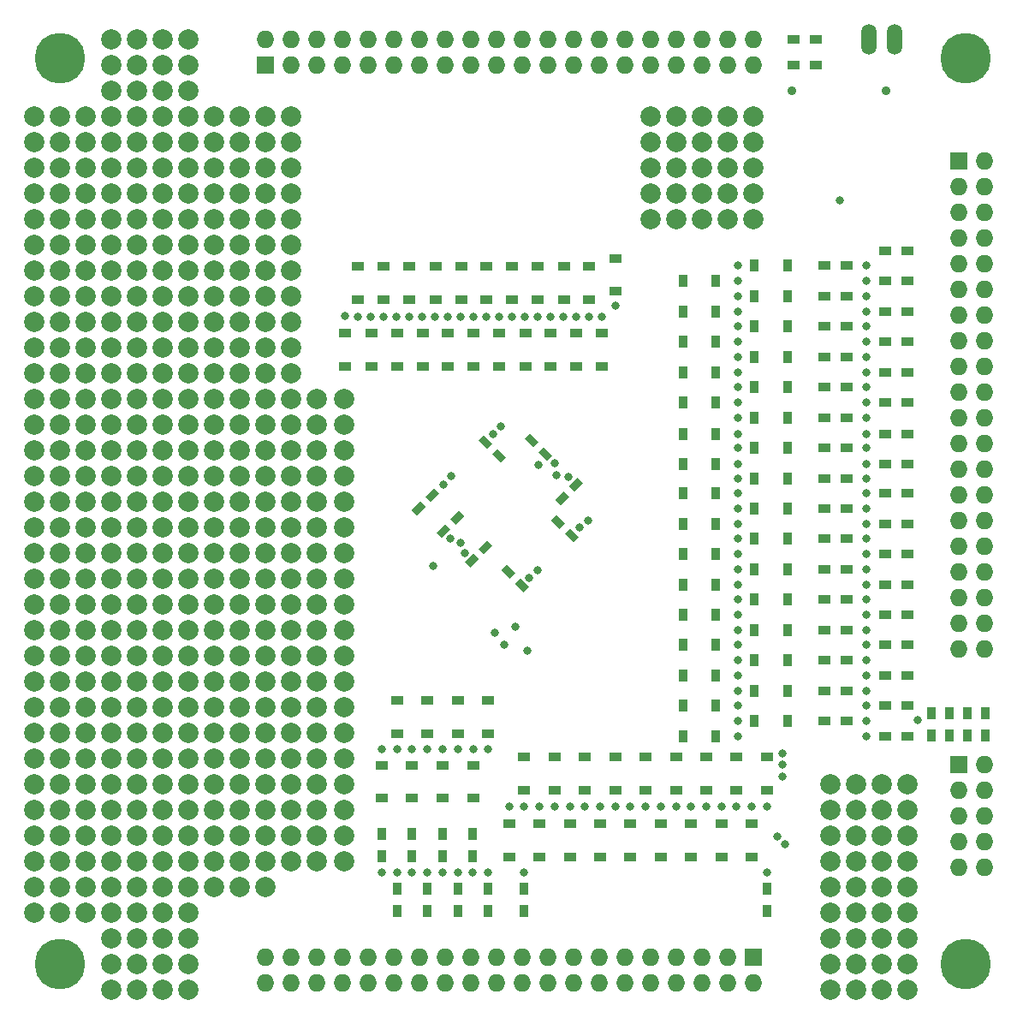
<source format=gbs>
G04 #@! TF.FileFunction,Soldermask,Bot*
%FSLAX46Y46*%
G04 Gerber Fmt 4.6, Leading zero omitted, Abs format (unit mm)*
G04 Created by KiCad (PCBNEW 4.0.2-stable) date 29-4-2016 14:39:48*
%MOMM*%
G01*
G04 APERTURE LIST*
%ADD10C,0.150000*%
%ADD11C,2.000000*%
%ADD12C,5.000000*%
%ADD13R,1.727200X1.727200*%
%ADD14O,1.727200X1.727200*%
%ADD15O,1.506220X3.014980*%
%ADD16R,1.220000X0.910000*%
%ADD17R,1.200000X0.900000*%
%ADD18R,0.910000X1.220000*%
%ADD19R,0.900000X1.200000*%
%ADD20C,0.800000*%
%ADD21C,0.889000*%
G04 APERTURE END LIST*
D10*
D11*
X74295000Y-145415000D03*
X74295000Y-147955000D03*
X74295000Y-150495000D03*
X74295000Y-155575000D03*
X74295000Y-153035000D03*
X74295000Y-158115000D03*
X74295000Y-160655000D03*
X74295000Y-163195000D03*
X74295000Y-165735000D03*
X74295000Y-168275000D03*
X74295000Y-170815000D03*
X76835000Y-173355000D03*
X79495000Y-173395000D03*
X79495000Y-175935000D03*
X79495000Y-178475000D03*
X79495000Y-181015000D03*
X79495000Y-183555000D03*
X79495000Y-186095000D03*
X79495000Y-188635000D03*
X79495000Y-191175000D03*
X79495000Y-193715000D03*
X79495000Y-196255000D03*
X79495000Y-198795000D03*
X79495000Y-201335000D03*
X79495000Y-203875000D03*
X79495000Y-206415000D03*
X79495000Y-208955000D03*
X79495000Y-211495000D03*
X79495000Y-214035000D03*
X79495000Y-216575000D03*
X79495000Y-219115000D03*
X120015000Y-145415000D03*
X120015000Y-147955000D03*
X120015000Y-150495000D03*
X120015000Y-153035000D03*
X109855000Y-155575000D03*
X109855000Y-153035000D03*
X109855000Y-150495000D03*
X109855000Y-147955000D03*
X109855000Y-145415000D03*
X48895000Y-145415000D03*
X48895000Y-147955000D03*
X48895000Y-150495000D03*
X48895000Y-153035000D03*
X48895000Y-155575000D03*
X48895000Y-158115000D03*
X48895000Y-160655000D03*
X48895000Y-163195000D03*
X48895000Y-165735000D03*
X48895000Y-168275000D03*
X48895000Y-170815000D03*
X48895000Y-173355000D03*
X48895000Y-175895000D03*
X48895000Y-178435000D03*
X48895000Y-180975000D03*
X48895000Y-183515000D03*
X48895000Y-186055000D03*
X48895000Y-188595000D03*
X48895000Y-191135000D03*
X48895000Y-193675000D03*
X48895000Y-196215000D03*
X48895000Y-198755000D03*
X48895000Y-201295000D03*
X48895000Y-203835000D03*
X48895000Y-206375000D03*
X48895000Y-208915000D03*
X48895000Y-211455000D03*
X48895000Y-213995000D03*
X48895000Y-216535000D03*
X48895000Y-219075000D03*
X48895000Y-221615000D03*
X48895000Y-224155000D03*
X135255000Y-211455000D03*
X132715000Y-211455000D03*
X130175000Y-211455000D03*
X135255000Y-231775000D03*
X132715000Y-231775000D03*
X130175000Y-231775000D03*
X132715000Y-224155000D03*
X132715000Y-226695000D03*
X132715000Y-229235000D03*
X130175000Y-229235000D03*
X130175000Y-226695000D03*
X130175000Y-224155000D03*
X130175000Y-221615000D03*
X132715000Y-221615000D03*
X135255000Y-221615000D03*
X135255000Y-224155000D03*
X135255000Y-226695000D03*
X135255000Y-229235000D03*
X127635000Y-231775000D03*
X127635000Y-229235000D03*
X127635000Y-226695000D03*
X127635000Y-224155000D03*
X127635000Y-221615000D03*
X127635000Y-219075000D03*
X130175000Y-219075000D03*
X132715000Y-219075000D03*
X135255000Y-219075000D03*
X135255000Y-216535000D03*
X132715000Y-216535000D03*
X130175000Y-216535000D03*
X127635000Y-216535000D03*
X127635000Y-213995000D03*
X130175000Y-213995000D03*
X132715000Y-213995000D03*
X135255000Y-213995000D03*
X127635000Y-211455000D03*
X114935000Y-150495000D03*
X114935000Y-147955000D03*
X117475000Y-147955000D03*
X117475000Y-150495000D03*
X117475000Y-153035000D03*
X114935000Y-153035000D03*
X112395000Y-153035000D03*
X112395000Y-150495000D03*
X112395000Y-147955000D03*
X112395000Y-155575000D03*
X114935000Y-155575000D03*
X117475000Y-155575000D03*
X120015000Y-155575000D03*
X117475000Y-145415000D03*
X114935000Y-145415000D03*
X112395000Y-145415000D03*
X74295000Y-183515000D03*
X74295000Y-180975000D03*
X74295000Y-178435000D03*
X76835000Y-178435000D03*
X76835000Y-180975000D03*
X76835000Y-183515000D03*
X76835000Y-186055000D03*
X74295000Y-186055000D03*
X74295000Y-188595000D03*
X76835000Y-188595000D03*
X76835000Y-191135000D03*
X74295000Y-191135000D03*
X74295000Y-206375000D03*
X74295000Y-203835000D03*
X74295000Y-201295000D03*
X74295000Y-198755000D03*
X74295000Y-196215000D03*
X74295000Y-193675000D03*
X76835000Y-193675000D03*
X76835000Y-196215000D03*
X76835000Y-198755000D03*
X76835000Y-201295000D03*
X76835000Y-203835000D03*
X76835000Y-206375000D03*
X76835000Y-208915000D03*
X74295000Y-208915000D03*
X74295000Y-211455000D03*
X76835000Y-211455000D03*
X74295000Y-213995000D03*
X76835000Y-213995000D03*
X76835000Y-216535000D03*
X74295000Y-216535000D03*
X74295000Y-219075000D03*
X76835000Y-219075000D03*
X76835000Y-175895000D03*
X74295000Y-175895000D03*
X74295000Y-173355000D03*
X59055000Y-142875000D03*
X59055000Y-140335000D03*
X61595000Y-140335000D03*
X61595000Y-142875000D03*
X64135000Y-142875000D03*
X64135000Y-140335000D03*
X64135000Y-137795000D03*
X61595000Y-137795000D03*
X59055000Y-137795000D03*
X56515000Y-137795000D03*
X56515000Y-140335000D03*
X56515000Y-142875000D03*
X64135000Y-231775000D03*
X64135000Y-229235000D03*
X64135000Y-226695000D03*
X64135000Y-224155000D03*
D12*
X51435000Y-229235000D03*
D13*
X120015000Y-228600000D03*
D14*
X120015000Y-231140000D03*
X117475000Y-228600000D03*
X117475000Y-231140000D03*
X114935000Y-228600000D03*
X114935000Y-231140000D03*
X112395000Y-228600000D03*
X112395000Y-231140000D03*
X109855000Y-228600000D03*
X109855000Y-231140000D03*
X107315000Y-228600000D03*
X107315000Y-231140000D03*
X104775000Y-228600000D03*
X104775000Y-231140000D03*
X102235000Y-228600000D03*
X102235000Y-231140000D03*
X99695000Y-228600000D03*
X99695000Y-231140000D03*
X97155000Y-228600000D03*
X97155000Y-231140000D03*
X94615000Y-228600000D03*
X94615000Y-231140000D03*
X92075000Y-228600000D03*
X92075000Y-231140000D03*
X89535000Y-228600000D03*
X89535000Y-231140000D03*
X86995000Y-228600000D03*
X86995000Y-231140000D03*
X84455000Y-228600000D03*
X84455000Y-231140000D03*
X81915000Y-228600000D03*
X81915000Y-231140000D03*
X79375000Y-228600000D03*
X79375000Y-231140000D03*
X76835000Y-228600000D03*
X76835000Y-231140000D03*
X74295000Y-228600000D03*
X74295000Y-231140000D03*
X71755000Y-228600000D03*
X71755000Y-231140000D03*
D11*
X61595000Y-231775000D03*
X59055000Y-231775000D03*
X56515000Y-231775000D03*
X61595000Y-229235000D03*
X59055000Y-229235000D03*
X56515000Y-229235000D03*
X61595000Y-226695000D03*
X59055000Y-226695000D03*
X56515000Y-226695000D03*
X61595000Y-224155000D03*
X59055000Y-224155000D03*
X56515000Y-224155000D03*
X53975000Y-224155000D03*
X51435000Y-224155000D03*
X71755000Y-221615000D03*
X69215000Y-221615000D03*
X66675000Y-221615000D03*
X64135000Y-221615000D03*
X61595000Y-221615000D03*
X59055000Y-221615000D03*
X56515000Y-221615000D03*
X53975000Y-221615000D03*
X51435000Y-221615000D03*
X71755000Y-219075000D03*
X69215000Y-219075000D03*
X66675000Y-219075000D03*
X64135000Y-219075000D03*
X61595000Y-219075000D03*
X59055000Y-219075000D03*
X56515000Y-219075000D03*
X53975000Y-219075000D03*
X51435000Y-219075000D03*
X71755000Y-216535000D03*
X69215000Y-216535000D03*
X66675000Y-216535000D03*
X64135000Y-216535000D03*
X61595000Y-216535000D03*
X59055000Y-216535000D03*
X56515000Y-216535000D03*
X53975000Y-216535000D03*
X51435000Y-216535000D03*
X71755000Y-213995000D03*
X69215000Y-213995000D03*
X66675000Y-213995000D03*
X64135000Y-213995000D03*
X61595000Y-213995000D03*
X59055000Y-213995000D03*
X56515000Y-213995000D03*
X53975000Y-213995000D03*
X51435000Y-213995000D03*
X71755000Y-211455000D03*
X69215000Y-211455000D03*
X66675000Y-211455000D03*
X64135000Y-211455000D03*
X61595000Y-211455000D03*
X59055000Y-211455000D03*
X56515000Y-211455000D03*
X53975000Y-211455000D03*
X51435000Y-211455000D03*
X71755000Y-208915000D03*
X69215000Y-208915000D03*
X66675000Y-208915000D03*
X64135000Y-208915000D03*
X61595000Y-208915000D03*
X59055000Y-208915000D03*
X56515000Y-208915000D03*
X53975000Y-208915000D03*
X51435000Y-208915000D03*
X71755000Y-206375000D03*
X69215000Y-206375000D03*
X66675000Y-206375000D03*
X64135000Y-206375000D03*
X61595000Y-206375000D03*
X59055000Y-206375000D03*
X56515000Y-206375000D03*
X53975000Y-206375000D03*
X51435000Y-206375000D03*
X71755000Y-203835000D03*
X69215000Y-203835000D03*
X66675000Y-203835000D03*
X64135000Y-203835000D03*
X61595000Y-203835000D03*
X59055000Y-203835000D03*
X56515000Y-203835000D03*
X53975000Y-203835000D03*
X51435000Y-203835000D03*
X71755000Y-201295000D03*
X69215000Y-201295000D03*
X66675000Y-201295000D03*
X64135000Y-201295000D03*
X61595000Y-201295000D03*
X59055000Y-201295000D03*
X56515000Y-201295000D03*
X53975000Y-201295000D03*
X51435000Y-201295000D03*
X71755000Y-198755000D03*
X69215000Y-198755000D03*
X66675000Y-198755000D03*
X64135000Y-198755000D03*
X61595000Y-198755000D03*
X59055000Y-198755000D03*
X56515000Y-198755000D03*
X53975000Y-198755000D03*
X51435000Y-198755000D03*
X71755000Y-196215000D03*
X69215000Y-196215000D03*
X66675000Y-196215000D03*
X64135000Y-196215000D03*
X61595000Y-196215000D03*
X59055000Y-196215000D03*
X56515000Y-196215000D03*
X53975000Y-196215000D03*
X51435000Y-196215000D03*
X71755000Y-193675000D03*
X69215000Y-193675000D03*
X66675000Y-193675000D03*
X64135000Y-193675000D03*
X61595000Y-193675000D03*
X59055000Y-193675000D03*
X56515000Y-193675000D03*
X53975000Y-193675000D03*
X51435000Y-193675000D03*
X71755000Y-191135000D03*
X69215000Y-191135000D03*
X66675000Y-191135000D03*
X64135000Y-191135000D03*
X61595000Y-191135000D03*
X59055000Y-191135000D03*
X56515000Y-191135000D03*
X53975000Y-191135000D03*
X51435000Y-191135000D03*
X71755000Y-188595000D03*
X69215000Y-188595000D03*
X66675000Y-188595000D03*
X64135000Y-188595000D03*
X61595000Y-188595000D03*
X59055000Y-188595000D03*
X56515000Y-188595000D03*
X53975000Y-188595000D03*
X51435000Y-188595000D03*
X71755000Y-186055000D03*
X69215000Y-186055000D03*
X66675000Y-186055000D03*
X64135000Y-186055000D03*
X61595000Y-186055000D03*
X59055000Y-186055000D03*
X56515000Y-186055000D03*
X53975000Y-186055000D03*
X51435000Y-186055000D03*
X71755000Y-183515000D03*
X69215000Y-183515000D03*
X66675000Y-183515000D03*
X64135000Y-183515000D03*
X61595000Y-183515000D03*
X59055000Y-183515000D03*
X56515000Y-183515000D03*
X53975000Y-183515000D03*
X51435000Y-183515000D03*
X71755000Y-180975000D03*
X69215000Y-180975000D03*
X66675000Y-180975000D03*
X64135000Y-180975000D03*
X61595000Y-180975000D03*
X59055000Y-180975000D03*
X56515000Y-180975000D03*
X53975000Y-180975000D03*
X51435000Y-180975000D03*
X71755000Y-178435000D03*
X69215000Y-178435000D03*
X66675000Y-178435000D03*
X64135000Y-178435000D03*
X61595000Y-178435000D03*
X59055000Y-178435000D03*
X56515000Y-178435000D03*
X53975000Y-178435000D03*
X51435000Y-178435000D03*
X71755000Y-175895000D03*
X69215000Y-175895000D03*
X66675000Y-175895000D03*
X64135000Y-175895000D03*
X61595000Y-175895000D03*
X59055000Y-175895000D03*
X56515000Y-175895000D03*
X53975000Y-175895000D03*
X51435000Y-175895000D03*
X71755000Y-173355000D03*
X69215000Y-173355000D03*
X66675000Y-173355000D03*
X64135000Y-173355000D03*
X61595000Y-173355000D03*
X59055000Y-173355000D03*
X56515000Y-173355000D03*
X53975000Y-173355000D03*
X51435000Y-173355000D03*
X71755000Y-170815000D03*
X69215000Y-170815000D03*
X66675000Y-170815000D03*
X64135000Y-170815000D03*
X61595000Y-170815000D03*
X59055000Y-170815000D03*
X56515000Y-170815000D03*
X53975000Y-170815000D03*
X51435000Y-170815000D03*
X71755000Y-168275000D03*
X69215000Y-168275000D03*
X66675000Y-168275000D03*
X64135000Y-168275000D03*
X61595000Y-168275000D03*
X59055000Y-168275000D03*
X56515000Y-168275000D03*
X53975000Y-168275000D03*
X51435000Y-168275000D03*
X71755000Y-165735000D03*
X69215000Y-165735000D03*
X66675000Y-165735000D03*
X64135000Y-165735000D03*
X61595000Y-165735000D03*
X59055000Y-165735000D03*
X56515000Y-165735000D03*
X53975000Y-165735000D03*
X51435000Y-165735000D03*
X71755000Y-163195000D03*
X69215000Y-163195000D03*
X66675000Y-163195000D03*
X64135000Y-163195000D03*
X61595000Y-163195000D03*
X59055000Y-163195000D03*
X56515000Y-163195000D03*
X53975000Y-163195000D03*
X51435000Y-163195000D03*
X71755000Y-160655000D03*
X69215000Y-160655000D03*
X66675000Y-160655000D03*
X64135000Y-160655000D03*
X61595000Y-160655000D03*
X59055000Y-160655000D03*
X56515000Y-160655000D03*
X53975000Y-160655000D03*
X51435000Y-160655000D03*
X71755000Y-158115000D03*
X69215000Y-158115000D03*
X66675000Y-158115000D03*
X64135000Y-158115000D03*
X61595000Y-158115000D03*
X59055000Y-158115000D03*
X56515000Y-158115000D03*
X53975000Y-158115000D03*
X51435000Y-158115000D03*
X71755000Y-155575000D03*
X69215000Y-155575000D03*
X66675000Y-155575000D03*
X64135000Y-155575000D03*
X61595000Y-155575000D03*
X59055000Y-155575000D03*
X56515000Y-155575000D03*
X53975000Y-155575000D03*
X51435000Y-155575000D03*
X71755000Y-153035000D03*
X69215000Y-153035000D03*
X66675000Y-153035000D03*
X64135000Y-153035000D03*
X61595000Y-153035000D03*
X59055000Y-153035000D03*
X56515000Y-153035000D03*
X53975000Y-153035000D03*
X51435000Y-153035000D03*
X71755000Y-150495000D03*
X69215000Y-150495000D03*
X66675000Y-150495000D03*
X64135000Y-150495000D03*
X61595000Y-150495000D03*
X59055000Y-150495000D03*
X56515000Y-150495000D03*
X53975000Y-150495000D03*
X51435000Y-150495000D03*
X71755000Y-147955000D03*
X69215000Y-147955000D03*
X66675000Y-147955000D03*
X64135000Y-147955000D03*
X61595000Y-147955000D03*
X59055000Y-147955000D03*
X56515000Y-147955000D03*
X53975000Y-147955000D03*
X51435000Y-147955000D03*
X71755000Y-145415000D03*
X69215000Y-145415000D03*
X66675000Y-145415000D03*
X64135000Y-145415000D03*
X61595000Y-145415000D03*
X59055000Y-145415000D03*
X56515000Y-145415000D03*
X53975000Y-145415000D03*
X51435000Y-145415000D03*
D12*
X140970000Y-139700000D03*
X51435000Y-139700000D03*
X140970000Y-229235000D03*
D15*
X131445000Y-137795000D03*
X133985000Y-137795000D03*
D13*
X140335000Y-209550000D03*
D14*
X142875000Y-209550000D03*
X140335000Y-212090000D03*
X142875000Y-212090000D03*
X140335000Y-214630000D03*
X142875000Y-214630000D03*
X140335000Y-217170000D03*
X142875000Y-217170000D03*
X140335000Y-219710000D03*
X142875000Y-219710000D03*
D10*
G36*
X92004150Y-190036180D02*
X91473820Y-189505850D01*
X92322348Y-188657322D01*
X92852678Y-189187652D01*
X92004150Y-190036180D01*
X92004150Y-190036180D01*
G37*
G36*
X93347652Y-188692678D02*
X92817322Y-188162348D01*
X93665850Y-187313820D01*
X94196180Y-187844150D01*
X93347652Y-188692678D01*
X93347652Y-188692678D01*
G37*
G36*
X100116180Y-178945850D02*
X99585850Y-179476180D01*
X98737322Y-178627652D01*
X99267652Y-178097322D01*
X100116180Y-178945850D01*
X100116180Y-178945850D01*
G37*
G36*
X98772678Y-177602348D02*
X98242348Y-178132678D01*
X97393820Y-177284150D01*
X97924150Y-176753820D01*
X98772678Y-177602348D01*
X98772678Y-177602348D01*
G37*
G36*
X89184150Y-187136180D02*
X88653820Y-186605850D01*
X89502348Y-185757322D01*
X90032678Y-186287652D01*
X89184150Y-187136180D01*
X89184150Y-187136180D01*
G37*
G36*
X90527652Y-185792678D02*
X89997322Y-185262348D01*
X90845850Y-184413820D01*
X91376180Y-184944150D01*
X90527652Y-185792678D01*
X90527652Y-185792678D01*
G37*
G36*
X97816180Y-191945850D02*
X97285850Y-192476180D01*
X96437322Y-191627652D01*
X96967652Y-191097322D01*
X97816180Y-191945850D01*
X97816180Y-191945850D01*
G37*
G36*
X96472678Y-190602348D02*
X95942348Y-191132678D01*
X95093820Y-190284150D01*
X95624150Y-189753820D01*
X96472678Y-190602348D01*
X96472678Y-190602348D01*
G37*
G36*
X102736180Y-187025850D02*
X102205850Y-187556180D01*
X101357322Y-186707652D01*
X101887652Y-186177322D01*
X102736180Y-187025850D01*
X102736180Y-187025850D01*
G37*
G36*
X101392678Y-185682348D02*
X100862348Y-186212678D01*
X100013820Y-185364150D01*
X100544150Y-184833820D01*
X101392678Y-185682348D01*
X101392678Y-185682348D01*
G37*
G36*
X102595850Y-181143820D02*
X103126180Y-181674150D01*
X102277652Y-182522678D01*
X101747322Y-181992348D01*
X102595850Y-181143820D01*
X102595850Y-181143820D01*
G37*
G36*
X101252348Y-182487322D02*
X101782678Y-183017652D01*
X100934150Y-183866180D01*
X100403820Y-183335850D01*
X101252348Y-182487322D01*
X101252348Y-182487322D01*
G37*
G36*
X92813820Y-177444150D02*
X93344150Y-176913820D01*
X94192678Y-177762348D01*
X93662348Y-178292678D01*
X92813820Y-177444150D01*
X92813820Y-177444150D01*
G37*
G36*
X94157322Y-178787652D02*
X94687652Y-178257322D01*
X95536180Y-179105850D01*
X95005850Y-179636180D01*
X94157322Y-178787652D01*
X94157322Y-178787652D01*
G37*
G36*
X88385850Y-182153820D02*
X88916180Y-182684150D01*
X88067652Y-183532678D01*
X87537322Y-183002348D01*
X88385850Y-182153820D01*
X88385850Y-182153820D01*
G37*
G36*
X87042348Y-183497322D02*
X87572678Y-184027652D01*
X86724150Y-184876180D01*
X86193820Y-184345850D01*
X87042348Y-183497322D01*
X87042348Y-183497322D01*
G37*
D13*
X71755000Y-140335000D03*
D14*
X71755000Y-137795000D03*
X74295000Y-140335000D03*
X74295000Y-137795000D03*
X76835000Y-140335000D03*
X76835000Y-137795000D03*
X79375000Y-140335000D03*
X79375000Y-137795000D03*
X81915000Y-140335000D03*
X81915000Y-137795000D03*
X84455000Y-140335000D03*
X84455000Y-137795000D03*
X86995000Y-140335000D03*
X86995000Y-137795000D03*
X89535000Y-140335000D03*
X89535000Y-137795000D03*
X92075000Y-140335000D03*
X92075000Y-137795000D03*
X94615000Y-140335000D03*
X94615000Y-137795000D03*
X97155000Y-140335000D03*
X97155000Y-137795000D03*
X99695000Y-140335000D03*
X99695000Y-137795000D03*
X102235000Y-140335000D03*
X102235000Y-137795000D03*
X104775000Y-140335000D03*
X104775000Y-137795000D03*
X107315000Y-140335000D03*
X107315000Y-137795000D03*
X109855000Y-140335000D03*
X109855000Y-137795000D03*
X112395000Y-140335000D03*
X112395000Y-137795000D03*
X114935000Y-140335000D03*
X114935000Y-137795000D03*
X117475000Y-140335000D03*
X117475000Y-137795000D03*
X120015000Y-140335000D03*
X120015000Y-137795000D03*
D13*
X140335000Y-149860000D03*
D14*
X142875000Y-149860000D03*
X140335000Y-152400000D03*
X142875000Y-152400000D03*
X140335000Y-154940000D03*
X142875000Y-154940000D03*
X140335000Y-157480000D03*
X142875000Y-157480000D03*
X140335000Y-160020000D03*
X142875000Y-160020000D03*
X140335000Y-162560000D03*
X142875000Y-162560000D03*
X140335000Y-165100000D03*
X142875000Y-165100000D03*
X140335000Y-167640000D03*
X142875000Y-167640000D03*
X140335000Y-170180000D03*
X142875000Y-170180000D03*
X140335000Y-172720000D03*
X142875000Y-172720000D03*
X140335000Y-175260000D03*
X142875000Y-175260000D03*
X140335000Y-177800000D03*
X142875000Y-177800000D03*
X140335000Y-180340000D03*
X142875000Y-180340000D03*
X140335000Y-182880000D03*
X142875000Y-182880000D03*
X140335000Y-185420000D03*
X142875000Y-185420000D03*
X140335000Y-187960000D03*
X142875000Y-187960000D03*
X140335000Y-190500000D03*
X142875000Y-190500000D03*
X140335000Y-193040000D03*
X142875000Y-193040000D03*
X140335000Y-195580000D03*
X142875000Y-195580000D03*
X140335000Y-198120000D03*
X142875000Y-198120000D03*
D16*
X103755000Y-160280000D03*
X103755000Y-163550000D03*
X102515000Y-170150000D03*
X102515000Y-166880000D03*
X101255000Y-160280000D03*
X101255000Y-163550000D03*
X99955000Y-170150000D03*
X99955000Y-166880000D03*
X98705000Y-160280000D03*
X98705000Y-163550000D03*
X97455000Y-170150000D03*
X97455000Y-166880000D03*
X96155000Y-160280000D03*
X96155000Y-163550000D03*
X94855000Y-170150000D03*
X94855000Y-166880000D03*
X93605000Y-160280000D03*
X93605000Y-163550000D03*
X92355000Y-170150000D03*
X92355000Y-166880000D03*
X91105000Y-160280000D03*
X91105000Y-163550000D03*
X89805000Y-170150000D03*
X89805000Y-166880000D03*
X88555000Y-160280000D03*
X88555000Y-163550000D03*
X87305000Y-170150000D03*
X87305000Y-166880000D03*
X86005000Y-160280000D03*
X86005000Y-163550000D03*
X84755000Y-170150000D03*
X84755000Y-166880000D03*
X83455000Y-160280000D03*
X83455000Y-163550000D03*
X82205000Y-170150000D03*
X82205000Y-166880000D03*
X80905000Y-160280000D03*
X80905000Y-163550000D03*
X79655000Y-170150000D03*
X79655000Y-166880000D03*
D17*
X135255000Y-188715000D03*
X133055000Y-188715000D03*
X127055000Y-187215000D03*
X129255000Y-187215000D03*
X135255000Y-185715000D03*
X133055000Y-185715000D03*
X127055000Y-184215000D03*
X129255000Y-184215000D03*
X135255000Y-182715000D03*
X133055000Y-182715000D03*
X127055000Y-181215000D03*
X129255000Y-181215000D03*
X135255000Y-179815000D03*
X133055000Y-179815000D03*
X127055000Y-178215000D03*
X129255000Y-178215000D03*
D18*
X113020000Y-188715000D03*
X116290000Y-188715000D03*
X123390000Y-187215000D03*
X120120000Y-187215000D03*
D17*
X133055000Y-158715000D03*
X135255000Y-158715000D03*
X135255000Y-206715000D03*
X133055000Y-206715000D03*
X127055000Y-205215000D03*
X129255000Y-205215000D03*
X135255000Y-203715000D03*
X133055000Y-203715000D03*
X127055000Y-202215000D03*
X129255000Y-202215000D03*
X135255000Y-200715000D03*
X133055000Y-200715000D03*
X127055000Y-199215000D03*
X129255000Y-199215000D03*
X135255000Y-197715000D03*
X133055000Y-197715000D03*
X127055000Y-196215000D03*
X129255000Y-196215000D03*
X135255000Y-194715000D03*
X133055000Y-194715000D03*
X127055000Y-193215000D03*
X129255000Y-193215000D03*
X135255000Y-191715000D03*
X133055000Y-191715000D03*
X127055000Y-190215000D03*
X129255000Y-190215000D03*
X135255000Y-176815000D03*
X133055000Y-176815000D03*
X127055000Y-175215000D03*
X129255000Y-175215000D03*
X135255000Y-173715000D03*
X133055000Y-173715000D03*
X127055000Y-172215000D03*
X129255000Y-172215000D03*
X135255000Y-170715000D03*
X133055000Y-170715000D03*
X127055000Y-169215000D03*
X129255000Y-169215000D03*
X127055000Y-166215000D03*
X129255000Y-166215000D03*
X135255000Y-164715000D03*
X133055000Y-164715000D03*
X127055000Y-163215000D03*
X129255000Y-163215000D03*
X135255000Y-161715000D03*
X133055000Y-161715000D03*
X127055000Y-160215000D03*
X129255000Y-160215000D03*
D16*
X83255000Y-212850000D03*
X83255000Y-209580000D03*
X84755000Y-203180000D03*
X84755000Y-206450000D03*
X86255000Y-212850000D03*
X86255000Y-209580000D03*
X87755000Y-203180000D03*
X87755000Y-206450000D03*
X89255000Y-212850000D03*
X89255000Y-209580000D03*
X90755000Y-203180000D03*
X90755000Y-206450000D03*
X92355000Y-212850000D03*
X92355000Y-209580000D03*
X93755000Y-203180000D03*
X93755000Y-206450000D03*
X95845000Y-218650000D03*
X95845000Y-215380000D03*
X97345000Y-208780000D03*
X97345000Y-212050000D03*
X98845000Y-218650000D03*
X98845000Y-215380000D03*
X100345000Y-208780000D03*
X100345000Y-212050000D03*
X101845000Y-218650000D03*
X101845000Y-215380000D03*
X103345000Y-208780000D03*
X103345000Y-212050000D03*
X104845000Y-218650000D03*
X104845000Y-215380000D03*
X106345000Y-208780000D03*
X106345000Y-212050000D03*
X107845000Y-218650000D03*
X107845000Y-215380000D03*
X109345000Y-208780000D03*
X109345000Y-212050000D03*
X110845000Y-218650000D03*
X110845000Y-215380000D03*
X112345000Y-208780000D03*
X112345000Y-212050000D03*
X113845000Y-218650000D03*
X113845000Y-215380000D03*
X115345000Y-208780000D03*
X115345000Y-212050000D03*
X116845000Y-218650000D03*
X116845000Y-215380000D03*
X118345000Y-208780000D03*
X118345000Y-212050000D03*
X119845000Y-218650000D03*
X119845000Y-215380000D03*
X121345000Y-208780000D03*
X121345000Y-212050000D03*
D18*
X113020000Y-206715000D03*
X116290000Y-206715000D03*
X123390000Y-205215000D03*
X120120000Y-205215000D03*
X113020000Y-203715000D03*
X116290000Y-203715000D03*
X123390000Y-202215000D03*
X120120000Y-202215000D03*
X113020000Y-200715000D03*
X116290000Y-200715000D03*
X123390000Y-199215000D03*
X120120000Y-199215000D03*
X113020000Y-197715000D03*
X116290000Y-197715000D03*
X123390000Y-196215000D03*
X120120000Y-196215000D03*
X113020000Y-194715000D03*
X116290000Y-194715000D03*
X123390000Y-193215000D03*
X120120000Y-193215000D03*
X113020000Y-191715000D03*
X116290000Y-191715000D03*
X123390000Y-190215000D03*
X120120000Y-190215000D03*
X113020000Y-185715000D03*
X116290000Y-185715000D03*
X123390000Y-184215000D03*
X120120000Y-184215000D03*
X113020000Y-182715000D03*
X116290000Y-182715000D03*
X123390000Y-181215000D03*
X120120000Y-181215000D03*
X113020000Y-179815000D03*
X116290000Y-179815000D03*
X123390000Y-178215000D03*
X120120000Y-178215000D03*
X113020000Y-176815000D03*
X116290000Y-176815000D03*
X123390000Y-175215000D03*
X120120000Y-175215000D03*
X113020000Y-173715000D03*
X116290000Y-173715000D03*
X123390000Y-172215000D03*
X120120000Y-172215000D03*
X113020000Y-170715000D03*
X116290000Y-170715000D03*
X123390000Y-169215000D03*
X120120000Y-169215000D03*
X113020000Y-167715000D03*
X116290000Y-167715000D03*
X123390000Y-166215000D03*
X120120000Y-166215000D03*
X113020000Y-164715000D03*
X116290000Y-164715000D03*
X123390000Y-163215000D03*
X120120000Y-163215000D03*
X113020000Y-161715000D03*
X116290000Y-161715000D03*
X123390000Y-160215000D03*
X120120000Y-160215000D03*
D16*
X106355000Y-159480000D03*
X106355000Y-162750000D03*
X105055000Y-170150000D03*
X105055000Y-166880000D03*
D19*
X83255000Y-216415000D03*
X83255000Y-218615000D03*
X84755000Y-224015000D03*
X84755000Y-221815000D03*
X86255000Y-216415000D03*
X86255000Y-218615000D03*
X87755000Y-224015000D03*
X87755000Y-221815000D03*
X89255000Y-216415000D03*
X89255000Y-218615000D03*
X90755000Y-224015000D03*
X90755000Y-221815000D03*
X92255000Y-216415000D03*
X92255000Y-218615000D03*
X93755000Y-224015000D03*
X93755000Y-221815000D03*
X97355000Y-224015000D03*
X97355000Y-221815000D03*
X121355000Y-224015000D03*
X121355000Y-221815000D03*
D17*
X135255000Y-167715000D03*
X133055000Y-167715000D03*
X126195000Y-137795000D03*
X123995000Y-137795000D03*
X126195000Y-140335000D03*
X123995000Y-140335000D03*
D19*
X139355000Y-204415000D03*
X139355000Y-206615000D03*
X141155000Y-204415000D03*
X141155000Y-206615000D03*
X137655000Y-204415000D03*
X137655000Y-206615000D03*
X142955000Y-204415000D03*
X142955000Y-206615000D03*
D20*
X103655000Y-185415000D03*
X98655000Y-190315000D03*
X98755000Y-179915000D03*
X95055000Y-176115000D03*
X90155000Y-181015000D03*
X100555000Y-180915000D03*
X91055000Y-187615000D03*
X88355000Y-189915000D03*
D21*
X123855000Y-142915000D03*
X133095000Y-142875000D03*
D20*
X136255000Y-205115000D03*
X122855000Y-208415000D03*
X128555000Y-153715000D03*
X97845000Y-191055000D03*
X102795000Y-186115000D03*
X101745000Y-181115000D03*
X100345000Y-179695000D03*
X91445000Y-188595000D03*
X90025000Y-187185000D03*
X94245000Y-176855000D03*
X89315000Y-181815000D03*
X83255000Y-208015000D03*
X84755000Y-208015000D03*
X86255000Y-208015000D03*
X87755000Y-208015000D03*
X89255000Y-208015000D03*
X90755000Y-208015000D03*
X95845000Y-213715000D03*
X97345000Y-213715000D03*
X98845000Y-213715000D03*
X100345000Y-213715000D03*
X101845000Y-213715000D03*
X103345000Y-213715000D03*
X104845000Y-213715000D03*
X109345000Y-213715000D03*
X110845000Y-213715000D03*
X112345000Y-213715000D03*
X113845000Y-213715000D03*
X116845000Y-213715000D03*
X118345000Y-213715000D03*
X119845000Y-213715000D03*
X121345000Y-213715000D03*
X118455000Y-206715000D03*
X118455000Y-205215000D03*
X118455000Y-203715000D03*
X118455000Y-202215000D03*
X118455000Y-200715000D03*
X118455000Y-199215000D03*
X118455000Y-197715000D03*
X118455000Y-194715000D03*
X118455000Y-193215000D03*
X118455000Y-191715000D03*
X118455000Y-188715000D03*
X118455000Y-187215000D03*
X118455000Y-185715000D03*
X118455000Y-184215000D03*
X118455000Y-182715000D03*
X118455000Y-181215000D03*
X103775000Y-165215000D03*
X101235000Y-165215000D03*
X99965000Y-165215000D03*
X98695000Y-165215000D03*
X97425000Y-165215000D03*
X96155000Y-165215000D03*
X94885000Y-165215000D03*
X93615000Y-165215000D03*
X92345000Y-165215000D03*
X91075000Y-165215000D03*
X89805000Y-165215000D03*
X88535000Y-165215000D03*
X85995000Y-165215000D03*
X84725000Y-165215000D03*
X83455000Y-165215000D03*
X82185000Y-165215000D03*
X80915000Y-165215000D03*
X79645000Y-165195000D03*
X122855000Y-209515000D03*
X97655000Y-198315000D03*
X122855000Y-210715000D03*
X96455000Y-195915000D03*
X122355000Y-216615000D03*
X95355000Y-197715000D03*
X123155000Y-217415000D03*
X94455000Y-196515000D03*
X121355000Y-220215000D03*
X97355000Y-220215000D03*
X92355000Y-208015000D03*
X93755000Y-208015000D03*
X106345000Y-213715000D03*
X107845000Y-213715000D03*
X115345000Y-213715000D03*
X118455000Y-196215000D03*
X118455000Y-190215000D03*
X102505000Y-165215000D03*
X87265000Y-165215000D03*
X93755000Y-220215000D03*
X92255000Y-220215000D03*
X90755000Y-220215000D03*
X89255000Y-220215000D03*
X87755000Y-220215000D03*
X86255000Y-220215000D03*
X84755000Y-220215000D03*
X83255000Y-220215000D03*
X118455000Y-160215000D03*
X131155000Y-160215000D03*
X118455000Y-161715000D03*
X131155000Y-161715000D03*
X118455000Y-163215000D03*
X131155000Y-163215000D03*
X118455000Y-164715000D03*
X131155000Y-164715000D03*
X118455000Y-166215000D03*
X131155000Y-166215000D03*
X118455000Y-167715000D03*
X131155000Y-167715000D03*
X118455000Y-169215000D03*
X131155000Y-169215000D03*
X118455000Y-170715000D03*
X131155000Y-170715000D03*
X118455000Y-172215000D03*
X131155000Y-172215000D03*
X118455000Y-173715000D03*
X131155000Y-173715000D03*
X118455000Y-175215000D03*
X131155000Y-175215000D03*
X118455000Y-176815000D03*
X131155000Y-176815000D03*
X118455000Y-178215000D03*
X131155000Y-178215000D03*
X118455000Y-179815000D03*
X131155000Y-179815000D03*
X131155000Y-181215000D03*
X131155000Y-182715000D03*
X131155000Y-184215000D03*
X131155000Y-185715000D03*
X131155000Y-187215000D03*
X131155000Y-188715000D03*
X131155000Y-190215000D03*
X131155000Y-191715000D03*
X131155000Y-193215000D03*
X131155000Y-194715000D03*
X131155000Y-196215000D03*
X131155000Y-197715000D03*
X131155000Y-199215000D03*
X131155000Y-200715000D03*
X131155000Y-202215000D03*
X131155000Y-203715000D03*
X131155000Y-205215000D03*
X131155000Y-206715000D03*
X106355000Y-164155000D03*
X105055000Y-165215000D03*
M02*

</source>
